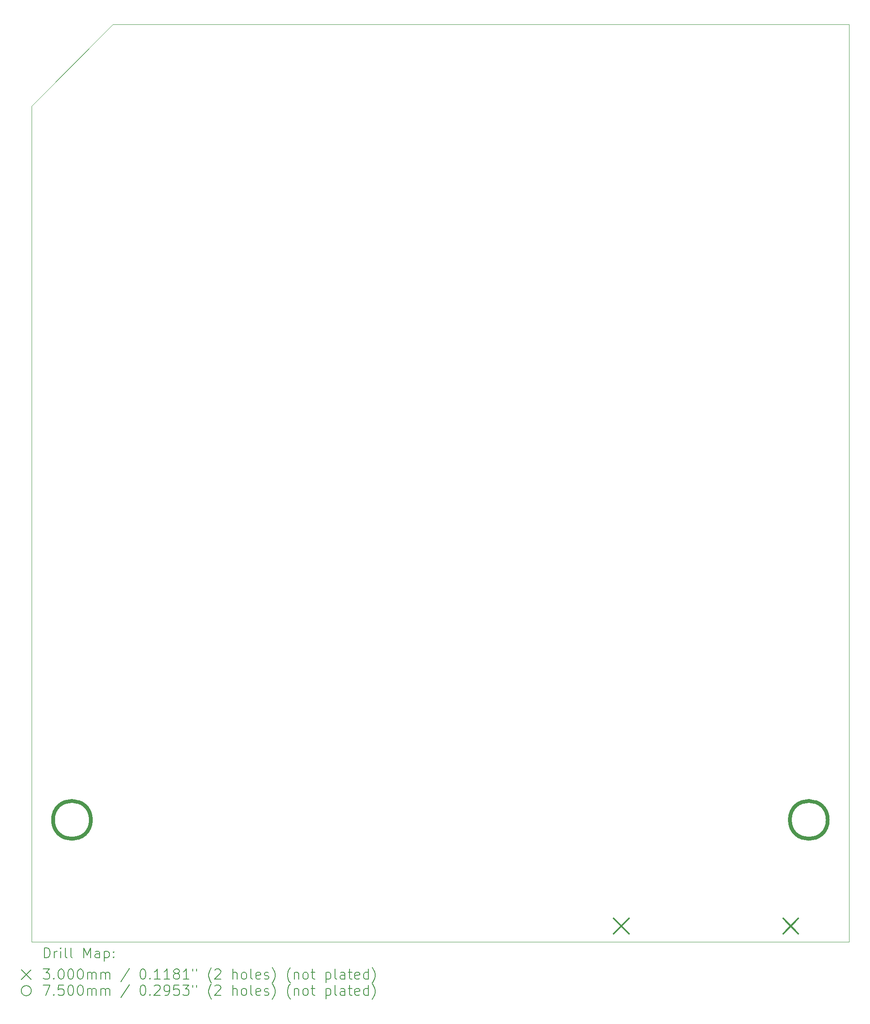
<source format=gbr>
%TF.GenerationSoftware,KiCad,Pcbnew,(6.0.8-1)-1*%
%TF.CreationDate,2022-12-30T12:12:35-08:00*%
%TF.ProjectId,URBAN_CELL_BOARD,55524241-4e5f-4434-954c-4c5f424f4152,rev?*%
%TF.SameCoordinates,Original*%
%TF.FileFunction,Drillmap*%
%TF.FilePolarity,Positive*%
%FSLAX45Y45*%
G04 Gerber Fmt 4.5, Leading zero omitted, Abs format (unit mm)*
G04 Created by KiCad (PCBNEW (6.0.8-1)-1) date 2022-12-30 12:12:35*
%MOMM*%
%LPD*%
G01*
G04 APERTURE LIST*
%ADD10C,0.100000*%
%ADD11C,0.200000*%
%ADD12C,0.300000*%
%ADD13C,0.750000*%
G04 APERTURE END LIST*
D10*
X8387900Y-28158400D02*
X8387900Y-11612100D01*
X10000000Y-10000000D02*
X24587900Y-10000000D01*
X8387900Y-11612100D02*
X10000000Y-10000000D01*
X24587900Y-28158400D02*
X8387900Y-28158400D01*
X24587900Y-10000000D02*
X24587900Y-28158400D01*
D11*
D12*
X19921500Y-27694500D02*
X20221500Y-27994500D01*
X20221500Y-27694500D02*
X19921500Y-27994500D01*
X23281500Y-27694500D02*
X23581500Y-27994500D01*
X23581500Y-27694500D02*
X23281500Y-27994500D01*
D13*
X9562900Y-25742100D02*
G75*
G03*
X9562900Y-25742100I-375000J0D01*
G01*
X24162900Y-25742100D02*
G75*
G03*
X24162900Y-25742100I-375000J0D01*
G01*
D11*
X8640519Y-28473876D02*
X8640519Y-28273876D01*
X8688138Y-28273876D01*
X8716710Y-28283400D01*
X8735757Y-28302448D01*
X8745281Y-28321495D01*
X8754805Y-28359590D01*
X8754805Y-28388162D01*
X8745281Y-28426257D01*
X8735757Y-28445305D01*
X8716710Y-28464352D01*
X8688138Y-28473876D01*
X8640519Y-28473876D01*
X8840519Y-28473876D02*
X8840519Y-28340543D01*
X8840519Y-28378638D02*
X8850043Y-28359590D01*
X8859567Y-28350067D01*
X8878614Y-28340543D01*
X8897662Y-28340543D01*
X8964329Y-28473876D02*
X8964329Y-28340543D01*
X8964329Y-28273876D02*
X8954805Y-28283400D01*
X8964329Y-28292924D01*
X8973852Y-28283400D01*
X8964329Y-28273876D01*
X8964329Y-28292924D01*
X9088138Y-28473876D02*
X9069090Y-28464352D01*
X9059567Y-28445305D01*
X9059567Y-28273876D01*
X9192900Y-28473876D02*
X9173852Y-28464352D01*
X9164329Y-28445305D01*
X9164329Y-28273876D01*
X9421471Y-28473876D02*
X9421471Y-28273876D01*
X9488138Y-28416733D01*
X9554805Y-28273876D01*
X9554805Y-28473876D01*
X9735757Y-28473876D02*
X9735757Y-28369114D01*
X9726233Y-28350067D01*
X9707186Y-28340543D01*
X9669090Y-28340543D01*
X9650043Y-28350067D01*
X9735757Y-28464352D02*
X9716710Y-28473876D01*
X9669090Y-28473876D01*
X9650043Y-28464352D01*
X9640519Y-28445305D01*
X9640519Y-28426257D01*
X9650043Y-28407209D01*
X9669090Y-28397686D01*
X9716710Y-28397686D01*
X9735757Y-28388162D01*
X9830995Y-28340543D02*
X9830995Y-28540543D01*
X9830995Y-28350067D02*
X9850043Y-28340543D01*
X9888138Y-28340543D01*
X9907186Y-28350067D01*
X9916710Y-28359590D01*
X9926233Y-28378638D01*
X9926233Y-28435781D01*
X9916710Y-28454828D01*
X9907186Y-28464352D01*
X9888138Y-28473876D01*
X9850043Y-28473876D01*
X9830995Y-28464352D01*
X10011948Y-28454828D02*
X10021471Y-28464352D01*
X10011948Y-28473876D01*
X10002424Y-28464352D01*
X10011948Y-28454828D01*
X10011948Y-28473876D01*
X10011948Y-28350067D02*
X10021471Y-28359590D01*
X10011948Y-28369114D01*
X10002424Y-28359590D01*
X10011948Y-28350067D01*
X10011948Y-28369114D01*
X8182900Y-28703400D02*
X8382900Y-28903400D01*
X8382900Y-28703400D02*
X8182900Y-28903400D01*
X8621471Y-28693876D02*
X8745281Y-28693876D01*
X8678614Y-28770067D01*
X8707186Y-28770067D01*
X8726233Y-28779590D01*
X8735757Y-28789114D01*
X8745281Y-28808162D01*
X8745281Y-28855781D01*
X8735757Y-28874828D01*
X8726233Y-28884352D01*
X8707186Y-28893876D01*
X8650043Y-28893876D01*
X8630995Y-28884352D01*
X8621471Y-28874828D01*
X8830995Y-28874828D02*
X8840519Y-28884352D01*
X8830995Y-28893876D01*
X8821471Y-28884352D01*
X8830995Y-28874828D01*
X8830995Y-28893876D01*
X8964329Y-28693876D02*
X8983376Y-28693876D01*
X9002424Y-28703400D01*
X9011948Y-28712924D01*
X9021471Y-28731971D01*
X9030995Y-28770067D01*
X9030995Y-28817686D01*
X9021471Y-28855781D01*
X9011948Y-28874828D01*
X9002424Y-28884352D01*
X8983376Y-28893876D01*
X8964329Y-28893876D01*
X8945281Y-28884352D01*
X8935757Y-28874828D01*
X8926233Y-28855781D01*
X8916710Y-28817686D01*
X8916710Y-28770067D01*
X8926233Y-28731971D01*
X8935757Y-28712924D01*
X8945281Y-28703400D01*
X8964329Y-28693876D01*
X9154805Y-28693876D02*
X9173852Y-28693876D01*
X9192900Y-28703400D01*
X9202424Y-28712924D01*
X9211948Y-28731971D01*
X9221471Y-28770067D01*
X9221471Y-28817686D01*
X9211948Y-28855781D01*
X9202424Y-28874828D01*
X9192900Y-28884352D01*
X9173852Y-28893876D01*
X9154805Y-28893876D01*
X9135757Y-28884352D01*
X9126233Y-28874828D01*
X9116710Y-28855781D01*
X9107186Y-28817686D01*
X9107186Y-28770067D01*
X9116710Y-28731971D01*
X9126233Y-28712924D01*
X9135757Y-28703400D01*
X9154805Y-28693876D01*
X9345281Y-28693876D02*
X9364329Y-28693876D01*
X9383376Y-28703400D01*
X9392900Y-28712924D01*
X9402424Y-28731971D01*
X9411948Y-28770067D01*
X9411948Y-28817686D01*
X9402424Y-28855781D01*
X9392900Y-28874828D01*
X9383376Y-28884352D01*
X9364329Y-28893876D01*
X9345281Y-28893876D01*
X9326233Y-28884352D01*
X9316710Y-28874828D01*
X9307186Y-28855781D01*
X9297662Y-28817686D01*
X9297662Y-28770067D01*
X9307186Y-28731971D01*
X9316710Y-28712924D01*
X9326233Y-28703400D01*
X9345281Y-28693876D01*
X9497662Y-28893876D02*
X9497662Y-28760543D01*
X9497662Y-28779590D02*
X9507186Y-28770067D01*
X9526233Y-28760543D01*
X9554805Y-28760543D01*
X9573852Y-28770067D01*
X9583376Y-28789114D01*
X9583376Y-28893876D01*
X9583376Y-28789114D02*
X9592900Y-28770067D01*
X9611948Y-28760543D01*
X9640519Y-28760543D01*
X9659567Y-28770067D01*
X9669090Y-28789114D01*
X9669090Y-28893876D01*
X9764329Y-28893876D02*
X9764329Y-28760543D01*
X9764329Y-28779590D02*
X9773852Y-28770067D01*
X9792900Y-28760543D01*
X9821471Y-28760543D01*
X9840519Y-28770067D01*
X9850043Y-28789114D01*
X9850043Y-28893876D01*
X9850043Y-28789114D02*
X9859567Y-28770067D01*
X9878614Y-28760543D01*
X9907186Y-28760543D01*
X9926233Y-28770067D01*
X9935757Y-28789114D01*
X9935757Y-28893876D01*
X10326233Y-28684352D02*
X10154805Y-28941495D01*
X10583376Y-28693876D02*
X10602424Y-28693876D01*
X10621471Y-28703400D01*
X10630995Y-28712924D01*
X10640519Y-28731971D01*
X10650043Y-28770067D01*
X10650043Y-28817686D01*
X10640519Y-28855781D01*
X10630995Y-28874828D01*
X10621471Y-28884352D01*
X10602424Y-28893876D01*
X10583376Y-28893876D01*
X10564329Y-28884352D01*
X10554805Y-28874828D01*
X10545281Y-28855781D01*
X10535757Y-28817686D01*
X10535757Y-28770067D01*
X10545281Y-28731971D01*
X10554805Y-28712924D01*
X10564329Y-28703400D01*
X10583376Y-28693876D01*
X10735757Y-28874828D02*
X10745281Y-28884352D01*
X10735757Y-28893876D01*
X10726233Y-28884352D01*
X10735757Y-28874828D01*
X10735757Y-28893876D01*
X10935757Y-28893876D02*
X10821471Y-28893876D01*
X10878614Y-28893876D02*
X10878614Y-28693876D01*
X10859567Y-28722448D01*
X10840519Y-28741495D01*
X10821471Y-28751019D01*
X11126233Y-28893876D02*
X11011948Y-28893876D01*
X11069090Y-28893876D02*
X11069090Y-28693876D01*
X11050043Y-28722448D01*
X11030995Y-28741495D01*
X11011948Y-28751019D01*
X11240519Y-28779590D02*
X11221471Y-28770067D01*
X11211948Y-28760543D01*
X11202424Y-28741495D01*
X11202424Y-28731971D01*
X11211948Y-28712924D01*
X11221471Y-28703400D01*
X11240519Y-28693876D01*
X11278614Y-28693876D01*
X11297662Y-28703400D01*
X11307186Y-28712924D01*
X11316709Y-28731971D01*
X11316709Y-28741495D01*
X11307186Y-28760543D01*
X11297662Y-28770067D01*
X11278614Y-28779590D01*
X11240519Y-28779590D01*
X11221471Y-28789114D01*
X11211948Y-28798638D01*
X11202424Y-28817686D01*
X11202424Y-28855781D01*
X11211948Y-28874828D01*
X11221471Y-28884352D01*
X11240519Y-28893876D01*
X11278614Y-28893876D01*
X11297662Y-28884352D01*
X11307186Y-28874828D01*
X11316709Y-28855781D01*
X11316709Y-28817686D01*
X11307186Y-28798638D01*
X11297662Y-28789114D01*
X11278614Y-28779590D01*
X11507186Y-28893876D02*
X11392900Y-28893876D01*
X11450043Y-28893876D02*
X11450043Y-28693876D01*
X11430995Y-28722448D01*
X11411948Y-28741495D01*
X11392900Y-28751019D01*
X11583376Y-28693876D02*
X11583376Y-28731971D01*
X11659567Y-28693876D02*
X11659567Y-28731971D01*
X11954805Y-28970067D02*
X11945281Y-28960543D01*
X11926233Y-28931971D01*
X11916709Y-28912924D01*
X11907186Y-28884352D01*
X11897662Y-28836733D01*
X11897662Y-28798638D01*
X11907186Y-28751019D01*
X11916709Y-28722448D01*
X11926233Y-28703400D01*
X11945281Y-28674828D01*
X11954805Y-28665305D01*
X12021471Y-28712924D02*
X12030995Y-28703400D01*
X12050043Y-28693876D01*
X12097662Y-28693876D01*
X12116709Y-28703400D01*
X12126233Y-28712924D01*
X12135757Y-28731971D01*
X12135757Y-28751019D01*
X12126233Y-28779590D01*
X12011948Y-28893876D01*
X12135757Y-28893876D01*
X12373852Y-28893876D02*
X12373852Y-28693876D01*
X12459567Y-28893876D02*
X12459567Y-28789114D01*
X12450043Y-28770067D01*
X12430995Y-28760543D01*
X12402424Y-28760543D01*
X12383376Y-28770067D01*
X12373852Y-28779590D01*
X12583376Y-28893876D02*
X12564328Y-28884352D01*
X12554805Y-28874828D01*
X12545281Y-28855781D01*
X12545281Y-28798638D01*
X12554805Y-28779590D01*
X12564328Y-28770067D01*
X12583376Y-28760543D01*
X12611948Y-28760543D01*
X12630995Y-28770067D01*
X12640519Y-28779590D01*
X12650043Y-28798638D01*
X12650043Y-28855781D01*
X12640519Y-28874828D01*
X12630995Y-28884352D01*
X12611948Y-28893876D01*
X12583376Y-28893876D01*
X12764328Y-28893876D02*
X12745281Y-28884352D01*
X12735757Y-28865305D01*
X12735757Y-28693876D01*
X12916709Y-28884352D02*
X12897662Y-28893876D01*
X12859567Y-28893876D01*
X12840519Y-28884352D01*
X12830995Y-28865305D01*
X12830995Y-28789114D01*
X12840519Y-28770067D01*
X12859567Y-28760543D01*
X12897662Y-28760543D01*
X12916709Y-28770067D01*
X12926233Y-28789114D01*
X12926233Y-28808162D01*
X12830995Y-28827209D01*
X13002424Y-28884352D02*
X13021471Y-28893876D01*
X13059567Y-28893876D01*
X13078614Y-28884352D01*
X13088138Y-28865305D01*
X13088138Y-28855781D01*
X13078614Y-28836733D01*
X13059567Y-28827209D01*
X13030995Y-28827209D01*
X13011948Y-28817686D01*
X13002424Y-28798638D01*
X13002424Y-28789114D01*
X13011948Y-28770067D01*
X13030995Y-28760543D01*
X13059567Y-28760543D01*
X13078614Y-28770067D01*
X13154805Y-28970067D02*
X13164328Y-28960543D01*
X13183376Y-28931971D01*
X13192900Y-28912924D01*
X13202424Y-28884352D01*
X13211948Y-28836733D01*
X13211948Y-28798638D01*
X13202424Y-28751019D01*
X13192900Y-28722448D01*
X13183376Y-28703400D01*
X13164328Y-28674828D01*
X13154805Y-28665305D01*
X13516709Y-28970067D02*
X13507186Y-28960543D01*
X13488138Y-28931971D01*
X13478614Y-28912924D01*
X13469090Y-28884352D01*
X13459567Y-28836733D01*
X13459567Y-28798638D01*
X13469090Y-28751019D01*
X13478614Y-28722448D01*
X13488138Y-28703400D01*
X13507186Y-28674828D01*
X13516709Y-28665305D01*
X13592900Y-28760543D02*
X13592900Y-28893876D01*
X13592900Y-28779590D02*
X13602424Y-28770067D01*
X13621471Y-28760543D01*
X13650043Y-28760543D01*
X13669090Y-28770067D01*
X13678614Y-28789114D01*
X13678614Y-28893876D01*
X13802424Y-28893876D02*
X13783376Y-28884352D01*
X13773852Y-28874828D01*
X13764328Y-28855781D01*
X13764328Y-28798638D01*
X13773852Y-28779590D01*
X13783376Y-28770067D01*
X13802424Y-28760543D01*
X13830995Y-28760543D01*
X13850043Y-28770067D01*
X13859567Y-28779590D01*
X13869090Y-28798638D01*
X13869090Y-28855781D01*
X13859567Y-28874828D01*
X13850043Y-28884352D01*
X13830995Y-28893876D01*
X13802424Y-28893876D01*
X13926233Y-28760543D02*
X14002424Y-28760543D01*
X13954805Y-28693876D02*
X13954805Y-28865305D01*
X13964328Y-28884352D01*
X13983376Y-28893876D01*
X14002424Y-28893876D01*
X14221471Y-28760543D02*
X14221471Y-28960543D01*
X14221471Y-28770067D02*
X14240519Y-28760543D01*
X14278614Y-28760543D01*
X14297662Y-28770067D01*
X14307186Y-28779590D01*
X14316709Y-28798638D01*
X14316709Y-28855781D01*
X14307186Y-28874828D01*
X14297662Y-28884352D01*
X14278614Y-28893876D01*
X14240519Y-28893876D01*
X14221471Y-28884352D01*
X14430995Y-28893876D02*
X14411948Y-28884352D01*
X14402424Y-28865305D01*
X14402424Y-28693876D01*
X14592900Y-28893876D02*
X14592900Y-28789114D01*
X14583376Y-28770067D01*
X14564328Y-28760543D01*
X14526233Y-28760543D01*
X14507186Y-28770067D01*
X14592900Y-28884352D02*
X14573852Y-28893876D01*
X14526233Y-28893876D01*
X14507186Y-28884352D01*
X14497662Y-28865305D01*
X14497662Y-28846257D01*
X14507186Y-28827209D01*
X14526233Y-28817686D01*
X14573852Y-28817686D01*
X14592900Y-28808162D01*
X14659567Y-28760543D02*
X14735757Y-28760543D01*
X14688138Y-28693876D02*
X14688138Y-28865305D01*
X14697662Y-28884352D01*
X14716709Y-28893876D01*
X14735757Y-28893876D01*
X14878614Y-28884352D02*
X14859567Y-28893876D01*
X14821471Y-28893876D01*
X14802424Y-28884352D01*
X14792900Y-28865305D01*
X14792900Y-28789114D01*
X14802424Y-28770067D01*
X14821471Y-28760543D01*
X14859567Y-28760543D01*
X14878614Y-28770067D01*
X14888138Y-28789114D01*
X14888138Y-28808162D01*
X14792900Y-28827209D01*
X15059567Y-28893876D02*
X15059567Y-28693876D01*
X15059567Y-28884352D02*
X15040519Y-28893876D01*
X15002424Y-28893876D01*
X14983376Y-28884352D01*
X14973852Y-28874828D01*
X14964328Y-28855781D01*
X14964328Y-28798638D01*
X14973852Y-28779590D01*
X14983376Y-28770067D01*
X15002424Y-28760543D01*
X15040519Y-28760543D01*
X15059567Y-28770067D01*
X15135757Y-28970067D02*
X15145281Y-28960543D01*
X15164328Y-28931971D01*
X15173852Y-28912924D01*
X15183376Y-28884352D01*
X15192900Y-28836733D01*
X15192900Y-28798638D01*
X15183376Y-28751019D01*
X15173852Y-28722448D01*
X15164328Y-28703400D01*
X15145281Y-28674828D01*
X15135757Y-28665305D01*
X8382900Y-29123400D02*
G75*
G03*
X8382900Y-29123400I-100000J0D01*
G01*
X8621471Y-29013876D02*
X8754805Y-29013876D01*
X8669090Y-29213876D01*
X8830995Y-29194828D02*
X8840519Y-29204352D01*
X8830995Y-29213876D01*
X8821471Y-29204352D01*
X8830995Y-29194828D01*
X8830995Y-29213876D01*
X9021471Y-29013876D02*
X8926233Y-29013876D01*
X8916710Y-29109114D01*
X8926233Y-29099590D01*
X8945281Y-29090067D01*
X8992900Y-29090067D01*
X9011948Y-29099590D01*
X9021471Y-29109114D01*
X9030995Y-29128162D01*
X9030995Y-29175781D01*
X9021471Y-29194828D01*
X9011948Y-29204352D01*
X8992900Y-29213876D01*
X8945281Y-29213876D01*
X8926233Y-29204352D01*
X8916710Y-29194828D01*
X9154805Y-29013876D02*
X9173852Y-29013876D01*
X9192900Y-29023400D01*
X9202424Y-29032924D01*
X9211948Y-29051971D01*
X9221471Y-29090067D01*
X9221471Y-29137686D01*
X9211948Y-29175781D01*
X9202424Y-29194828D01*
X9192900Y-29204352D01*
X9173852Y-29213876D01*
X9154805Y-29213876D01*
X9135757Y-29204352D01*
X9126233Y-29194828D01*
X9116710Y-29175781D01*
X9107186Y-29137686D01*
X9107186Y-29090067D01*
X9116710Y-29051971D01*
X9126233Y-29032924D01*
X9135757Y-29023400D01*
X9154805Y-29013876D01*
X9345281Y-29013876D02*
X9364329Y-29013876D01*
X9383376Y-29023400D01*
X9392900Y-29032924D01*
X9402424Y-29051971D01*
X9411948Y-29090067D01*
X9411948Y-29137686D01*
X9402424Y-29175781D01*
X9392900Y-29194828D01*
X9383376Y-29204352D01*
X9364329Y-29213876D01*
X9345281Y-29213876D01*
X9326233Y-29204352D01*
X9316710Y-29194828D01*
X9307186Y-29175781D01*
X9297662Y-29137686D01*
X9297662Y-29090067D01*
X9307186Y-29051971D01*
X9316710Y-29032924D01*
X9326233Y-29023400D01*
X9345281Y-29013876D01*
X9497662Y-29213876D02*
X9497662Y-29080543D01*
X9497662Y-29099590D02*
X9507186Y-29090067D01*
X9526233Y-29080543D01*
X9554805Y-29080543D01*
X9573852Y-29090067D01*
X9583376Y-29109114D01*
X9583376Y-29213876D01*
X9583376Y-29109114D02*
X9592900Y-29090067D01*
X9611948Y-29080543D01*
X9640519Y-29080543D01*
X9659567Y-29090067D01*
X9669090Y-29109114D01*
X9669090Y-29213876D01*
X9764329Y-29213876D02*
X9764329Y-29080543D01*
X9764329Y-29099590D02*
X9773852Y-29090067D01*
X9792900Y-29080543D01*
X9821471Y-29080543D01*
X9840519Y-29090067D01*
X9850043Y-29109114D01*
X9850043Y-29213876D01*
X9850043Y-29109114D02*
X9859567Y-29090067D01*
X9878614Y-29080543D01*
X9907186Y-29080543D01*
X9926233Y-29090067D01*
X9935757Y-29109114D01*
X9935757Y-29213876D01*
X10326233Y-29004352D02*
X10154805Y-29261495D01*
X10583376Y-29013876D02*
X10602424Y-29013876D01*
X10621471Y-29023400D01*
X10630995Y-29032924D01*
X10640519Y-29051971D01*
X10650043Y-29090067D01*
X10650043Y-29137686D01*
X10640519Y-29175781D01*
X10630995Y-29194828D01*
X10621471Y-29204352D01*
X10602424Y-29213876D01*
X10583376Y-29213876D01*
X10564329Y-29204352D01*
X10554805Y-29194828D01*
X10545281Y-29175781D01*
X10535757Y-29137686D01*
X10535757Y-29090067D01*
X10545281Y-29051971D01*
X10554805Y-29032924D01*
X10564329Y-29023400D01*
X10583376Y-29013876D01*
X10735757Y-29194828D02*
X10745281Y-29204352D01*
X10735757Y-29213876D01*
X10726233Y-29204352D01*
X10735757Y-29194828D01*
X10735757Y-29213876D01*
X10821471Y-29032924D02*
X10830995Y-29023400D01*
X10850043Y-29013876D01*
X10897662Y-29013876D01*
X10916710Y-29023400D01*
X10926233Y-29032924D01*
X10935757Y-29051971D01*
X10935757Y-29071019D01*
X10926233Y-29099590D01*
X10811948Y-29213876D01*
X10935757Y-29213876D01*
X11030995Y-29213876D02*
X11069090Y-29213876D01*
X11088138Y-29204352D01*
X11097662Y-29194828D01*
X11116710Y-29166257D01*
X11126233Y-29128162D01*
X11126233Y-29051971D01*
X11116710Y-29032924D01*
X11107186Y-29023400D01*
X11088138Y-29013876D01*
X11050043Y-29013876D01*
X11030995Y-29023400D01*
X11021471Y-29032924D01*
X11011948Y-29051971D01*
X11011948Y-29099590D01*
X11021471Y-29118638D01*
X11030995Y-29128162D01*
X11050043Y-29137686D01*
X11088138Y-29137686D01*
X11107186Y-29128162D01*
X11116710Y-29118638D01*
X11126233Y-29099590D01*
X11307186Y-29013876D02*
X11211948Y-29013876D01*
X11202424Y-29109114D01*
X11211948Y-29099590D01*
X11230995Y-29090067D01*
X11278614Y-29090067D01*
X11297662Y-29099590D01*
X11307186Y-29109114D01*
X11316709Y-29128162D01*
X11316709Y-29175781D01*
X11307186Y-29194828D01*
X11297662Y-29204352D01*
X11278614Y-29213876D01*
X11230995Y-29213876D01*
X11211948Y-29204352D01*
X11202424Y-29194828D01*
X11383376Y-29013876D02*
X11507186Y-29013876D01*
X11440519Y-29090067D01*
X11469090Y-29090067D01*
X11488138Y-29099590D01*
X11497662Y-29109114D01*
X11507186Y-29128162D01*
X11507186Y-29175781D01*
X11497662Y-29194828D01*
X11488138Y-29204352D01*
X11469090Y-29213876D01*
X11411948Y-29213876D01*
X11392900Y-29204352D01*
X11383376Y-29194828D01*
X11583376Y-29013876D02*
X11583376Y-29051971D01*
X11659567Y-29013876D02*
X11659567Y-29051971D01*
X11954805Y-29290067D02*
X11945281Y-29280543D01*
X11926233Y-29251971D01*
X11916709Y-29232924D01*
X11907186Y-29204352D01*
X11897662Y-29156733D01*
X11897662Y-29118638D01*
X11907186Y-29071019D01*
X11916709Y-29042448D01*
X11926233Y-29023400D01*
X11945281Y-28994828D01*
X11954805Y-28985305D01*
X12021471Y-29032924D02*
X12030995Y-29023400D01*
X12050043Y-29013876D01*
X12097662Y-29013876D01*
X12116709Y-29023400D01*
X12126233Y-29032924D01*
X12135757Y-29051971D01*
X12135757Y-29071019D01*
X12126233Y-29099590D01*
X12011948Y-29213876D01*
X12135757Y-29213876D01*
X12373852Y-29213876D02*
X12373852Y-29013876D01*
X12459567Y-29213876D02*
X12459567Y-29109114D01*
X12450043Y-29090067D01*
X12430995Y-29080543D01*
X12402424Y-29080543D01*
X12383376Y-29090067D01*
X12373852Y-29099590D01*
X12583376Y-29213876D02*
X12564328Y-29204352D01*
X12554805Y-29194828D01*
X12545281Y-29175781D01*
X12545281Y-29118638D01*
X12554805Y-29099590D01*
X12564328Y-29090067D01*
X12583376Y-29080543D01*
X12611948Y-29080543D01*
X12630995Y-29090067D01*
X12640519Y-29099590D01*
X12650043Y-29118638D01*
X12650043Y-29175781D01*
X12640519Y-29194828D01*
X12630995Y-29204352D01*
X12611948Y-29213876D01*
X12583376Y-29213876D01*
X12764328Y-29213876D02*
X12745281Y-29204352D01*
X12735757Y-29185305D01*
X12735757Y-29013876D01*
X12916709Y-29204352D02*
X12897662Y-29213876D01*
X12859567Y-29213876D01*
X12840519Y-29204352D01*
X12830995Y-29185305D01*
X12830995Y-29109114D01*
X12840519Y-29090067D01*
X12859567Y-29080543D01*
X12897662Y-29080543D01*
X12916709Y-29090067D01*
X12926233Y-29109114D01*
X12926233Y-29128162D01*
X12830995Y-29147209D01*
X13002424Y-29204352D02*
X13021471Y-29213876D01*
X13059567Y-29213876D01*
X13078614Y-29204352D01*
X13088138Y-29185305D01*
X13088138Y-29175781D01*
X13078614Y-29156733D01*
X13059567Y-29147209D01*
X13030995Y-29147209D01*
X13011948Y-29137686D01*
X13002424Y-29118638D01*
X13002424Y-29109114D01*
X13011948Y-29090067D01*
X13030995Y-29080543D01*
X13059567Y-29080543D01*
X13078614Y-29090067D01*
X13154805Y-29290067D02*
X13164328Y-29280543D01*
X13183376Y-29251971D01*
X13192900Y-29232924D01*
X13202424Y-29204352D01*
X13211948Y-29156733D01*
X13211948Y-29118638D01*
X13202424Y-29071019D01*
X13192900Y-29042448D01*
X13183376Y-29023400D01*
X13164328Y-28994828D01*
X13154805Y-28985305D01*
X13516709Y-29290067D02*
X13507186Y-29280543D01*
X13488138Y-29251971D01*
X13478614Y-29232924D01*
X13469090Y-29204352D01*
X13459567Y-29156733D01*
X13459567Y-29118638D01*
X13469090Y-29071019D01*
X13478614Y-29042448D01*
X13488138Y-29023400D01*
X13507186Y-28994828D01*
X13516709Y-28985305D01*
X13592900Y-29080543D02*
X13592900Y-29213876D01*
X13592900Y-29099590D02*
X13602424Y-29090067D01*
X13621471Y-29080543D01*
X13650043Y-29080543D01*
X13669090Y-29090067D01*
X13678614Y-29109114D01*
X13678614Y-29213876D01*
X13802424Y-29213876D02*
X13783376Y-29204352D01*
X13773852Y-29194828D01*
X13764328Y-29175781D01*
X13764328Y-29118638D01*
X13773852Y-29099590D01*
X13783376Y-29090067D01*
X13802424Y-29080543D01*
X13830995Y-29080543D01*
X13850043Y-29090067D01*
X13859567Y-29099590D01*
X13869090Y-29118638D01*
X13869090Y-29175781D01*
X13859567Y-29194828D01*
X13850043Y-29204352D01*
X13830995Y-29213876D01*
X13802424Y-29213876D01*
X13926233Y-29080543D02*
X14002424Y-29080543D01*
X13954805Y-29013876D02*
X13954805Y-29185305D01*
X13964328Y-29204352D01*
X13983376Y-29213876D01*
X14002424Y-29213876D01*
X14221471Y-29080543D02*
X14221471Y-29280543D01*
X14221471Y-29090067D02*
X14240519Y-29080543D01*
X14278614Y-29080543D01*
X14297662Y-29090067D01*
X14307186Y-29099590D01*
X14316709Y-29118638D01*
X14316709Y-29175781D01*
X14307186Y-29194828D01*
X14297662Y-29204352D01*
X14278614Y-29213876D01*
X14240519Y-29213876D01*
X14221471Y-29204352D01*
X14430995Y-29213876D02*
X14411948Y-29204352D01*
X14402424Y-29185305D01*
X14402424Y-29013876D01*
X14592900Y-29213876D02*
X14592900Y-29109114D01*
X14583376Y-29090067D01*
X14564328Y-29080543D01*
X14526233Y-29080543D01*
X14507186Y-29090067D01*
X14592900Y-29204352D02*
X14573852Y-29213876D01*
X14526233Y-29213876D01*
X14507186Y-29204352D01*
X14497662Y-29185305D01*
X14497662Y-29166257D01*
X14507186Y-29147209D01*
X14526233Y-29137686D01*
X14573852Y-29137686D01*
X14592900Y-29128162D01*
X14659567Y-29080543D02*
X14735757Y-29080543D01*
X14688138Y-29013876D02*
X14688138Y-29185305D01*
X14697662Y-29204352D01*
X14716709Y-29213876D01*
X14735757Y-29213876D01*
X14878614Y-29204352D02*
X14859567Y-29213876D01*
X14821471Y-29213876D01*
X14802424Y-29204352D01*
X14792900Y-29185305D01*
X14792900Y-29109114D01*
X14802424Y-29090067D01*
X14821471Y-29080543D01*
X14859567Y-29080543D01*
X14878614Y-29090067D01*
X14888138Y-29109114D01*
X14888138Y-29128162D01*
X14792900Y-29147209D01*
X15059567Y-29213876D02*
X15059567Y-29013876D01*
X15059567Y-29204352D02*
X15040519Y-29213876D01*
X15002424Y-29213876D01*
X14983376Y-29204352D01*
X14973852Y-29194828D01*
X14964328Y-29175781D01*
X14964328Y-29118638D01*
X14973852Y-29099590D01*
X14983376Y-29090067D01*
X15002424Y-29080543D01*
X15040519Y-29080543D01*
X15059567Y-29090067D01*
X15135757Y-29290067D02*
X15145281Y-29280543D01*
X15164328Y-29251971D01*
X15173852Y-29232924D01*
X15183376Y-29204352D01*
X15192900Y-29156733D01*
X15192900Y-29118638D01*
X15183376Y-29071019D01*
X15173852Y-29042448D01*
X15164328Y-29023400D01*
X15145281Y-28994828D01*
X15135757Y-28985305D01*
M02*

</source>
